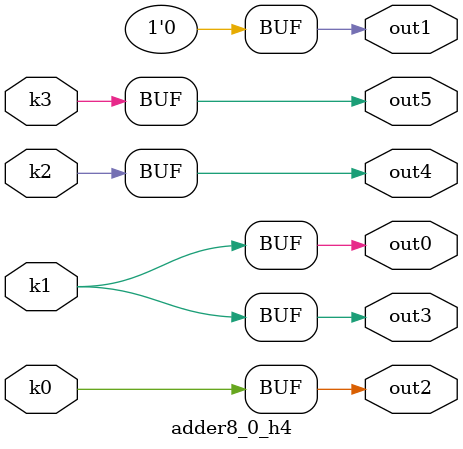
<source format=v>
module adder8_0(pi00, pi01, pi02, pi03, pi04, pi05, pi06, pi07, pi08, pi09, po0, po1, po2, po3, po4, po5);
input pi00, pi01, pi02, pi03, pi04, pi05, pi06, pi07, pi08, pi09;
output po0, po1, po2, po3, po4, po5;
wire k0, k1, k2, k3;
adder8_0_w4 DUT1 (pi00, pi01, pi02, pi03, pi04, pi05, pi06, pi07, pi08, pi09, k0, k1, k2, k3);
adder8_0_h4 DUT2 (k0, k1, k2, k3, po0, po1, po2, po3, po4, po5);
endmodule

module adder8_0_w4(in9, in8, in7, in6, in5, in4, in3, in2, in1, in0, k3, k2, k1, k0);
input in9, in8, in7, in6, in5, in4, in3, in2, in1, in0;
output k3, k2, k1, k0;
assign k0 =   ((in6 ^ in1) & (((in7 | in2) & ((in9 & in4 & (in8 | in3)) | (in8 & in3))) | (in7 & in2))) | ((~in6 ^ in1) & ((~in7 & ~in2) | ((~in7 | ~in2) & ((~in8 & ~in3) | ((~in8 | ~in3) & (~in9 | ~in4))))));
assign k1 =   ((~in7 ^ in2) & ((in9 & in4 & (in8 | in3)) | (in8 & in3))) | ((in7 ^ in2) & ((~in8 & ~in3) | ((~in8 | ~in3) & (~in9 | ~in4))));
assign k2 =   (in9 & in4 & (in8 ^ in3)) | ((~in8 ^ in3) & (~in9 | ~in4));
assign k3 =   ~in9 ^ ~in4;
endmodule

module adder8_0_h4(k3, k2, k1, k0, out5, out4, out3, out2, out1, out0);
input k3, k2, k1, k0;
output out5, out4, out3, out2, out1, out0;
assign out0 = k1;
assign out1 = 0;
assign out2 = k0;
assign out3 = k1;
assign out4 = k2;
assign out5 = k3;
endmodule

</source>
